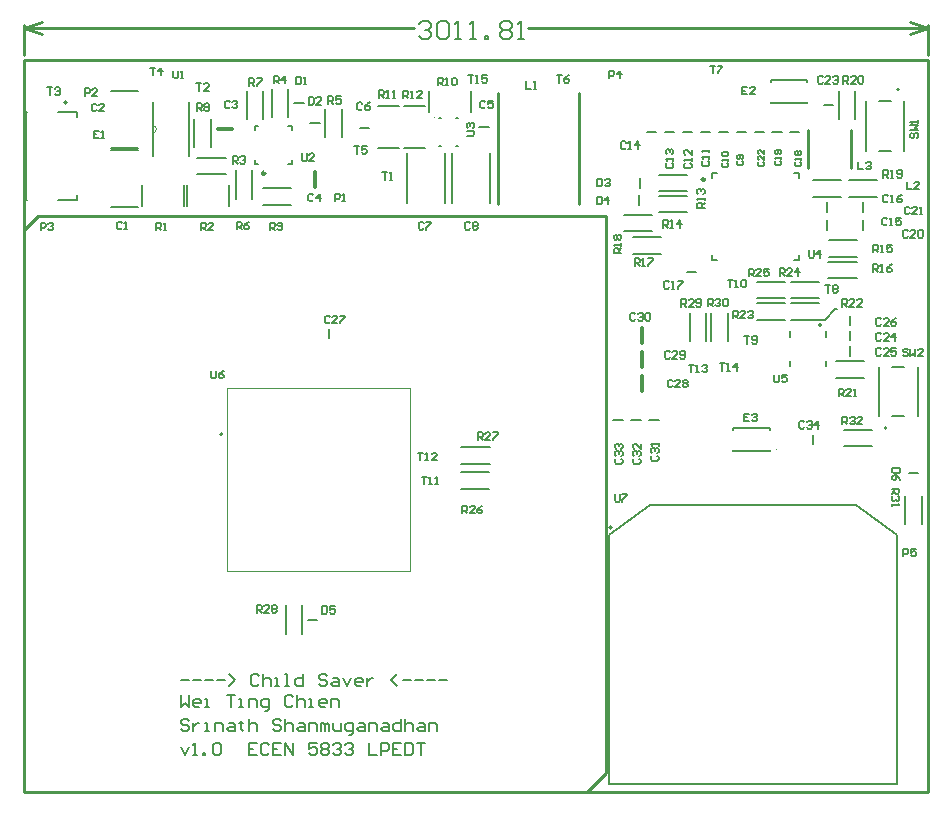
<source format=gto>
G04 Layer_Color=65535*
%FSLAX25Y25*%
%MOIN*%
G70*
G01*
G75*
%ADD38C,0.01000*%
%ADD40C,0.01200*%
%ADD47C,0.00500*%
%ADD48C,0.00984*%
%ADD49C,0.00394*%
%ADD50C,0.00787*%
%ADD51C,0.00000*%
%ADD52C,0.00700*%
%ADD53C,0.00600*%
%ADD54C,0.00800*%
D38*
X80407Y206251D02*
G03*
X80407Y206251I-557J0D01*
G01*
X301181Y245600D02*
Y255800D01*
X0Y245600D02*
Y255800D01*
X168085Y254800D02*
X301181D01*
X0D02*
X129896D01*
X295181Y256800D02*
X301181Y254800D01*
X295181Y252800D02*
X301181Y254800D01*
X0D02*
X6000Y252800D01*
X0Y254800D02*
X6000Y256800D01*
X275615Y208169D02*
Y220768D01*
X261442Y208169D02*
Y220768D01*
X158091Y196063D02*
Y233071D01*
X184863Y196063D02*
Y233071D01*
X4500Y192000D02*
X194000D01*
Y6500D02*
Y192000D01*
X0Y187500D02*
X4500Y192000D01*
X187500Y0D02*
X194000Y6500D01*
X0Y0D02*
Y244100D01*
X301181D01*
Y0D02*
Y244100D01*
X0Y0D02*
X301181D01*
D40*
X205899Y149740D02*
Y154660D01*
Y141739D02*
Y146660D01*
Y133739D02*
Y138661D01*
X96884Y201670D02*
Y206591D01*
X64501Y220999D02*
X69422D01*
D47*
X265646Y155686D02*
G03*
X265646Y155686I-394J0D01*
G01*
X138221Y224803D02*
X138831D01*
X143910D02*
X144520D01*
X138221Y215354D02*
X138831D01*
X143910D02*
X144520D01*
X496Y197236D02*
Y226764D01*
Y197236D02*
X1087D01*
X496Y226764D02*
X1087D01*
X11323D02*
X17622D01*
X11323Y197236D02*
X17622D01*
Y199008D01*
Y224992D02*
Y226764D01*
X29095Y214709D02*
X38095D01*
X29095Y233710D02*
X38095D01*
X28882Y194900D02*
X37882D01*
X28882Y213900D02*
X37882D01*
X155239Y196434D02*
Y213166D01*
X142444Y196434D02*
Y213166D01*
X140239Y196434D02*
Y213166D01*
X127444Y196434D02*
Y213166D01*
X68154Y195398D02*
Y202398D01*
X54154Y195398D02*
Y202398D01*
X53353Y195398D02*
Y202398D01*
X39353Y195398D02*
Y202398D01*
X134941Y226696D02*
Y233697D01*
X148941Y226696D02*
Y233697D01*
X126640Y228800D02*
X133640D01*
X126640Y214800D02*
X133640D01*
X117839D02*
X124839D01*
X117839Y228800D02*
X124839D01*
X293386Y213751D02*
Y230287D01*
X280630Y213751D02*
Y230287D01*
X285039D02*
X288976D01*
X285039Y213751D02*
X288976D01*
X285029Y125332D02*
Y141868D01*
X297785Y125332D02*
Y141868D01*
X289439Y125332D02*
X293376D01*
X289439Y141868D02*
X293376D01*
X250634Y210533D02*
X250301Y210200D01*
Y209533D01*
X250634Y209200D01*
X251967D01*
X252300Y209533D01*
Y210200D01*
X251967Y210533D01*
X252300Y211199D02*
Y211866D01*
Y211533D01*
X250301D01*
X250634Y211199D01*
X251967Y212865D02*
X252300Y213199D01*
Y213865D01*
X251967Y214198D01*
X250634D01*
X250301Y213865D01*
Y213199D01*
X250634Y212865D01*
X250967D01*
X251300Y213199D01*
Y214198D01*
D48*
X226870Y204202D02*
G03*
X226870Y204202I-492J0D01*
G01*
D49*
X136843Y224803D02*
G03*
X136843Y224803I-197J0D01*
G01*
X250866Y114154D02*
G03*
X250866Y114154I-197J0D01*
G01*
X263278Y230143D02*
G03*
X263278Y230143I-197J0D01*
G01*
X23249Y208060D02*
G03*
X23249Y208060I-197J0D01*
G01*
X67520Y134823D02*
X128543D01*
Y73799D02*
Y134823D01*
X67520Y73799D02*
X128543D01*
X67520D02*
Y134823D01*
D50*
X14193Y229921D02*
G03*
X14193Y229921I-394J0D01*
G01*
X195922Y88265D02*
G03*
X195922Y88265I-523J0D01*
G01*
X291732Y234224D02*
G03*
X291732Y234224I-394J0D01*
G01*
X287470Y121395D02*
G03*
X287470Y121395I-394J0D01*
G01*
X65748Y118878D02*
G03*
X65748Y119665I0J394D01*
G01*
D02*
G03*
X65748Y118878I0J-394D01*
G01*
X229134Y204713D02*
Y206367D01*
X230787D01*
X256614D02*
X258268D01*
Y204713D02*
Y206367D01*
Y177233D02*
Y178887D01*
X256614Y177233D02*
X258268D01*
X229134D02*
Y178887D01*
Y177233D02*
X230787D01*
X236398Y113563D02*
X248602D01*
X236398Y121437D02*
X248602D01*
Y113563D02*
Y114154D01*
X236398Y113563D02*
Y114154D01*
X248602Y120846D02*
Y121437D01*
X236398Y120846D02*
Y121437D01*
X194907Y2564D02*
X290891D01*
Y85557D01*
X277306Y95765D02*
X290891Y85557D01*
X208492Y95765D02*
X277306D01*
X194907Y85557D02*
X208492Y95765D01*
X194907Y2564D02*
Y85557D01*
X248810Y236836D02*
Y237427D01*
X261014Y236836D02*
Y237427D01*
X248810Y229553D02*
Y230143D01*
X261014Y229553D02*
Y230143D01*
X248810Y237427D02*
X261014D01*
X248810Y229553D02*
X261014D01*
D51*
X42869Y219800D02*
G03*
X42869Y222200I0J1200D01*
G01*
D52*
X267220Y151749D02*
Y153717D01*
Y141906D02*
Y143875D01*
X255410Y151749D02*
Y153717D01*
Y141906D02*
Y143875D01*
D53*
X76800Y221900D02*
X78100D01*
X89200Y220600D02*
Y221900D01*
X76800Y209500D02*
Y210800D01*
X89200Y209500D02*
Y210800D01*
X87900Y221900D02*
X89200D01*
X76800Y220600D02*
Y221900D01*
Y209500D02*
X78100D01*
X87900D02*
X89200D01*
X237611Y220196D02*
X240760D01*
X231610D02*
X234760D01*
X243504Y220134D02*
X246654D01*
X255217D02*
X258366D01*
X249410D02*
X252559D01*
X268076Y171344D02*
X277524D01*
X268076Y176856D02*
X277524D01*
X273276Y115244D02*
X282724D01*
X273276Y120756D02*
X282724D01*
X263000Y115925D02*
Y119075D01*
X94556Y57539D02*
X97705D01*
X87244Y52816D02*
Y62264D01*
X92756Y52816D02*
Y62264D01*
X211625Y198752D02*
X221074D01*
X211625Y193241D02*
X221074D01*
X211640Y205865D02*
X221089D01*
X211640Y200354D02*
X221089D01*
X145576Y101144D02*
X155024D01*
X145576Y106656D02*
X155024D01*
X244290Y157541D02*
X253738D01*
X244290Y163052D02*
X253738D01*
X255539Y157541D02*
X264988D01*
X255539Y163052D02*
X264988D01*
X277065Y224397D02*
Y233846D01*
X271553Y224397D02*
Y233846D01*
X262894Y198386D02*
X272342D01*
X262894Y203898D02*
X272342D01*
X274902D02*
X284350D01*
X274902Y198386D02*
X284350D01*
X196381Y123952D02*
X199531D01*
X202331D02*
X205481D01*
X208331D02*
X211481D01*
X101674Y151280D02*
Y154429D01*
X275393Y155709D02*
Y158858D01*
X275314Y145414D02*
Y148563D01*
Y150561D02*
Y153711D01*
X266604Y229122D02*
X269754D01*
X279611Y193437D02*
Y196587D01*
Y187437D02*
Y190587D01*
X220941Y173524D02*
X224091D01*
X267610Y193437D02*
Y196586D01*
Y187437D02*
Y190586D01*
X207611Y220196D02*
X210760D01*
X213611D02*
X216760D01*
X219611D02*
X222760D01*
X225610D02*
X228760D01*
X145678Y109544D02*
X155127D01*
X145678Y115056D02*
X155127D01*
X270590Y138102D02*
X280039D01*
X270590Y143614D02*
X280039D01*
X205115Y201535D02*
Y204684D01*
X205100Y195825D02*
Y198975D01*
X294925Y106500D02*
X298075D01*
X299256Y89276D02*
Y98724D01*
X293744Y89276D02*
Y98724D01*
X202976Y185053D02*
X212424D01*
X202976Y179541D02*
X212424D01*
X199824Y192456D02*
X209273D01*
X199824Y186944D02*
X209273D01*
X255539Y170165D02*
X264988D01*
X255539Y164654D02*
X264988D01*
X244290Y170165D02*
X253738D01*
X244290Y164654D02*
X253738D01*
X221844Y150276D02*
Y159724D01*
X227356Y150276D02*
Y159724D01*
X228957Y150276D02*
Y159724D01*
X234469Y150276D02*
Y159724D01*
X268176Y178457D02*
X277624D01*
X268176Y183969D02*
X277624D01*
X79633Y201375D02*
X89082D01*
X79633Y195863D02*
X89082D01*
X56670Y215076D02*
Y224524D01*
X62182Y215076D02*
Y224524D01*
X79702Y224351D02*
Y233800D01*
X74190Y224351D02*
Y233800D01*
X70505Y197831D02*
Y207280D01*
X76016Y197831D02*
Y207280D01*
X100320Y218351D02*
Y227800D01*
X105832Y218351D02*
Y227800D01*
X82544Y224901D02*
Y234350D01*
X88056Y224901D02*
Y234350D01*
X57676Y205944D02*
X67124D01*
X57676Y211456D02*
X67124D01*
X95371Y223076D02*
X98520D01*
X90023Y229626D02*
X93173D01*
X111843Y221454D02*
X114993D01*
X151765Y221799D02*
X154914D01*
X42869Y212100D02*
Y219800D01*
Y222200D01*
Y229900D01*
X55069Y212100D02*
Y229900D01*
X261600Y180699D02*
Y178616D01*
X262017Y178200D01*
X262850D01*
X263266Y178616D01*
Y180699D01*
X265349Y178200D02*
Y180699D01*
X264099Y179450D01*
X265765D01*
X49700Y240499D02*
Y238417D01*
X50116Y238000D01*
X50950D01*
X51366Y238417D01*
Y240499D01*
X52199Y238000D02*
X53032D01*
X52616D01*
Y240499D01*
X52199Y240083D01*
X62300Y140499D02*
Y138417D01*
X62717Y138000D01*
X63550D01*
X63966Y138417D01*
Y140499D01*
X66465D02*
X65632Y140083D01*
X64799Y139250D01*
Y138417D01*
X65216Y138000D01*
X66049D01*
X66465Y138417D01*
Y138833D01*
X66049Y139250D01*
X64799D01*
X282865Y173433D02*
Y175932D01*
X284115D01*
X284531Y175515D01*
Y174682D01*
X284115Y174266D01*
X282865D01*
X283698D02*
X284531Y173433D01*
X285365D02*
X286198D01*
X285781D01*
Y175932D01*
X285365Y175515D01*
X289113Y175932D02*
X288280Y175515D01*
X287447Y174682D01*
Y173849D01*
X287864Y173433D01*
X288697D01*
X289113Y173849D01*
Y174266D01*
X288697Y174682D01*
X287447D01*
X272700Y122600D02*
Y125099D01*
X273950D01*
X274366Y124683D01*
Y123850D01*
X273950Y123433D01*
X272700D01*
X273533D02*
X274366Y122600D01*
X275199Y124683D02*
X275616Y125099D01*
X276449D01*
X276865Y124683D01*
Y124266D01*
X276449Y123850D01*
X276032D01*
X276449D01*
X276865Y123433D01*
Y123017D01*
X276449Y122600D01*
X275616D01*
X275199Y123017D01*
X279364Y122600D02*
X277698D01*
X279364Y124266D01*
Y124683D01*
X278948Y125099D01*
X278115D01*
X277698Y124683D01*
X241766Y126199D02*
X240100D01*
Y123700D01*
X241766D01*
X240100Y124950D02*
X240933D01*
X242599Y125783D02*
X243016Y126199D01*
X243849D01*
X244265Y125783D01*
Y125366D01*
X243849Y124950D01*
X243432D01*
X243849D01*
X244265Y124533D01*
Y124117D01*
X243849Y123700D01*
X243016D01*
X242599Y124117D01*
X260066Y123283D02*
X259650Y123699D01*
X258817D01*
X258400Y123283D01*
Y121616D01*
X258817Y121200D01*
X259650D01*
X260066Y121616D01*
X260899Y123283D02*
X261316Y123699D01*
X262149D01*
X262565Y123283D01*
Y122866D01*
X262149Y122450D01*
X261732D01*
X262149D01*
X262565Y122033D01*
Y121616D01*
X262149Y121200D01*
X261316D01*
X260899Y121616D01*
X264648Y121200D02*
Y123699D01*
X263398Y122450D01*
X265065D01*
X203766Y159283D02*
X203350Y159699D01*
X202517D01*
X202100Y159283D01*
Y157616D01*
X202517Y157200D01*
X203350D01*
X203766Y157616D01*
X204599Y159283D02*
X205016Y159699D01*
X205849D01*
X206265Y159283D01*
Y158866D01*
X205849Y158450D01*
X205432D01*
X205849D01*
X206265Y158033D01*
Y157616D01*
X205849Y157200D01*
X205016D01*
X204599Y157616D01*
X207098Y159283D02*
X207515Y159699D01*
X208348D01*
X208765Y159283D01*
Y157616D01*
X208348Y157200D01*
X207515D01*
X207098Y157616D01*
Y159283D01*
X215266Y146583D02*
X214850Y146999D01*
X214017D01*
X213600Y146583D01*
Y144916D01*
X214017Y144500D01*
X214850D01*
X215266Y144916D01*
X217765Y144500D02*
X216099D01*
X217765Y146166D01*
Y146583D01*
X217349Y146999D01*
X216516D01*
X216099Y146583D01*
X218598Y144916D02*
X219015Y144500D01*
X219848D01*
X220265Y144916D01*
Y146583D01*
X219848Y146999D01*
X219015D01*
X218598Y146583D01*
Y146166D01*
X219015Y145750D01*
X220265D01*
X196899Y99373D02*
Y97290D01*
X197316Y96874D01*
X198149D01*
X198565Y97290D01*
Y99373D01*
X199398D02*
X201064D01*
Y98957D01*
X199398Y97290D01*
Y96874D01*
X99400Y61999D02*
Y59500D01*
X100650D01*
X101066Y59917D01*
Y61583D01*
X100650Y61999D01*
X99400D01*
X103565D02*
X101899D01*
Y60750D01*
X102732Y61166D01*
X103149D01*
X103565Y60750D01*
Y59917D01*
X103149Y59500D01*
X102316D01*
X101899Y59917D01*
X77500Y59800D02*
Y62299D01*
X78750D01*
X79166Y61883D01*
Y61050D01*
X78750Y60633D01*
X77500D01*
X78333D02*
X79166Y59800D01*
X81665D02*
X79999D01*
X81665Y61466D01*
Y61883D01*
X81249Y62299D01*
X80416D01*
X79999Y61883D01*
X82498D02*
X82915Y62299D01*
X83748D01*
X84165Y61883D01*
Y61466D01*
X83748Y61050D01*
X84165Y60633D01*
Y60216D01*
X83748Y59800D01*
X82915D01*
X82498Y60216D01*
Y60633D01*
X82915Y61050D01*
X82498Y61466D01*
Y61883D01*
X82915Y61050D02*
X83748D01*
X212900Y188200D02*
Y190699D01*
X214150D01*
X214566Y190283D01*
Y189450D01*
X214150Y189033D01*
X212900D01*
X213733D02*
X214566Y188200D01*
X215399D02*
X216232D01*
X215816D01*
Y190699D01*
X215399Y190283D01*
X218731Y188200D02*
Y190699D01*
X217482Y189450D01*
X219148D01*
X226800Y194800D02*
X224301D01*
Y196050D01*
X224717Y196466D01*
X225550D01*
X225967Y196050D01*
Y194800D01*
Y195633D02*
X226800Y196466D01*
Y197299D02*
Y198132D01*
Y197716D01*
X224301D01*
X224717Y197299D01*
Y199382D02*
X224301Y199798D01*
Y200631D01*
X224717Y201048D01*
X225134D01*
X225550Y200631D01*
Y200215D01*
Y200631D01*
X225967Y201048D01*
X226383D01*
X226800Y200631D01*
Y199798D01*
X226383Y199382D01*
X250000Y139199D02*
Y137117D01*
X250416Y136700D01*
X251250D01*
X251666Y137117D01*
Y139199D01*
X254165D02*
X252499D01*
Y137950D01*
X253332Y138366D01*
X253749D01*
X254165Y137950D01*
Y137117D01*
X253749Y136700D01*
X252916D01*
X252499Y137117D01*
X231800Y142999D02*
X233466D01*
X232633D01*
Y140500D01*
X234299D02*
X235132D01*
X234716D01*
Y142999D01*
X234299Y142583D01*
X237631Y140500D02*
Y142999D01*
X236382Y141750D01*
X238048D01*
X221500Y142499D02*
X223166D01*
X222333D01*
Y140000D01*
X223999D02*
X224832D01*
X224416D01*
Y142499D01*
X223999Y142083D01*
X226082D02*
X226498Y142499D01*
X227331D01*
X227748Y142083D01*
Y141666D01*
X227331Y141250D01*
X226915D01*
X227331D01*
X227748Y140833D01*
Y140417D01*
X227331Y140000D01*
X226498D01*
X226082Y140417D01*
X131200Y113099D02*
X132866D01*
X132033D01*
Y110600D01*
X133699D02*
X134532D01*
X134116D01*
Y113099D01*
X133699Y112683D01*
X137448Y110600D02*
X135782D01*
X137448Y112266D01*
Y112683D01*
X137031Y113099D01*
X136198D01*
X135782Y112683D01*
X132500Y105199D02*
X134166D01*
X133333D01*
Y102700D01*
X134999D02*
X135832D01*
X135416D01*
Y105199D01*
X134999Y104783D01*
X137082Y102700D02*
X137915D01*
X137498D01*
Y105199D01*
X137082Y104783D01*
X234500Y170799D02*
X236166D01*
X235333D01*
Y168300D01*
X236999D02*
X237832D01*
X237416D01*
Y170799D01*
X236999Y170383D01*
X239082D02*
X239498Y170799D01*
X240331D01*
X240748Y170383D01*
Y168717D01*
X240331Y168300D01*
X239498D01*
X239082Y168717D01*
Y170383D01*
X240100Y151999D02*
X241766D01*
X240933D01*
Y149500D01*
X242599Y149917D02*
X243016Y149500D01*
X243849D01*
X244265Y149917D01*
Y151583D01*
X243849Y151999D01*
X243016D01*
X242599Y151583D01*
Y151166D01*
X243016Y150750D01*
X244265D01*
X267000Y168999D02*
X268666D01*
X267833D01*
Y166500D01*
X269499Y168583D02*
X269916Y168999D01*
X270749D01*
X271165Y168583D01*
Y168166D01*
X270749Y167750D01*
X271165Y167333D01*
Y166917D01*
X270749Y166500D01*
X269916D01*
X269499Y166917D01*
Y167333D01*
X269916Y167750D01*
X269499Y168166D01*
Y168583D01*
X269916Y167750D02*
X270749D01*
X146100Y92900D02*
Y95399D01*
X147350D01*
X147766Y94983D01*
Y94150D01*
X147350Y93733D01*
X146100D01*
X146933D02*
X147766Y92900D01*
X150265D02*
X148599D01*
X150265Y94566D01*
Y94983D01*
X149849Y95399D01*
X149016D01*
X148599Y94983D01*
X152764Y95399D02*
X151931Y94983D01*
X151098Y94150D01*
Y93317D01*
X151515Y92900D01*
X152348D01*
X152764Y93317D01*
Y93733D01*
X152348Y94150D01*
X151098D01*
X236200Y157900D02*
Y160399D01*
X237450D01*
X237866Y159983D01*
Y159150D01*
X237450Y158733D01*
X236200D01*
X237033D02*
X237866Y157900D01*
X240365D02*
X238699D01*
X240365Y159566D01*
Y159983D01*
X239949Y160399D01*
X239116D01*
X238699Y159983D01*
X241198D02*
X241615Y160399D01*
X242448D01*
X242864Y159983D01*
Y159566D01*
X242448Y159150D01*
X242031D01*
X242448D01*
X242864Y158733D01*
Y158317D01*
X242448Y157900D01*
X241615D01*
X241198Y158317D01*
X272600Y161800D02*
Y164299D01*
X273850D01*
X274266Y163883D01*
Y163050D01*
X273850Y162633D01*
X272600D01*
X273433D02*
X274266Y161800D01*
X276765D02*
X275099D01*
X276765Y163466D01*
Y163883D01*
X276349Y164299D01*
X275516D01*
X275099Y163883D01*
X279264Y161800D02*
X277598D01*
X279264Y163466D01*
Y163883D01*
X278848Y164299D01*
X278015D01*
X277598Y163883D01*
X273100Y236200D02*
Y238699D01*
X274350D01*
X274766Y238283D01*
Y237450D01*
X274350Y237033D01*
X273100D01*
X273933D02*
X274766Y236200D01*
X277265D02*
X275599D01*
X277265Y237866D01*
Y238283D01*
X276849Y238699D01*
X276016D01*
X275599Y238283D01*
X278098D02*
X278515Y238699D01*
X279348D01*
X279765Y238283D01*
Y236616D01*
X279348Y236200D01*
X278515D01*
X278098Y236616D01*
Y238283D01*
X286300Y204800D02*
Y207299D01*
X287550D01*
X287966Y206883D01*
Y206050D01*
X287550Y205633D01*
X286300D01*
X287133D02*
X287966Y204800D01*
X288799D02*
X289632D01*
X289216D01*
Y207299D01*
X288799Y206883D01*
X290882Y205217D02*
X291298Y204800D01*
X292131D01*
X292548Y205217D01*
Y206883D01*
X292131Y207299D01*
X291298D01*
X290882Y206883D01*
Y206466D01*
X291298Y206050D01*
X292548D01*
X195000Y238000D02*
Y240499D01*
X196250D01*
X196666Y240083D01*
Y239250D01*
X196250Y238833D01*
X195000D01*
X198749Y238000D02*
Y240499D01*
X197499Y239250D01*
X199165D01*
X278100Y210099D02*
Y207600D01*
X279766D01*
X280599Y209683D02*
X281016Y210099D01*
X281849D01*
X282265Y209683D01*
Y209266D01*
X281849Y208850D01*
X281432D01*
X281849D01*
X282265Y208433D01*
Y208016D01*
X281849Y207600D01*
X281016D01*
X280599Y208016D01*
X294200Y203499D02*
Y201000D01*
X295866D01*
X298365D02*
X296699D01*
X298365Y202666D01*
Y203083D01*
X297949Y203499D01*
X297116D01*
X296699Y203083D01*
X197417Y111166D02*
X197001Y110750D01*
Y109916D01*
X197417Y109500D01*
X199083D01*
X199500Y109916D01*
Y110750D01*
X199083Y111166D01*
X197417Y111999D02*
X197001Y112416D01*
Y113249D01*
X197417Y113665D01*
X197834D01*
X198250Y113249D01*
Y112832D01*
Y113249D01*
X198667Y113665D01*
X199083D01*
X199500Y113249D01*
Y112416D01*
X199083Y111999D01*
X197417Y114498D02*
X197001Y114915D01*
Y115748D01*
X197417Y116165D01*
X197834D01*
X198250Y115748D01*
Y115331D01*
Y115748D01*
X198667Y116165D01*
X199083D01*
X199500Y115748D01*
Y114915D01*
X199083Y114498D01*
X203417Y111166D02*
X203001Y110750D01*
Y109916D01*
X203417Y109500D01*
X205083D01*
X205500Y109916D01*
Y110750D01*
X205083Y111166D01*
X203417Y111999D02*
X203001Y112416D01*
Y113249D01*
X203417Y113665D01*
X203834D01*
X204250Y113249D01*
Y112832D01*
Y113249D01*
X204667Y113665D01*
X205083D01*
X205500Y113249D01*
Y112416D01*
X205083Y111999D01*
X205500Y116165D02*
Y114498D01*
X203834Y116165D01*
X203417D01*
X203001Y115748D01*
Y114915D01*
X203417Y114498D01*
X209417Y112166D02*
X209001Y111750D01*
Y110916D01*
X209417Y110500D01*
X211084D01*
X211500Y110916D01*
Y111750D01*
X211084Y112166D01*
X209417Y112999D02*
X209001Y113416D01*
Y114249D01*
X209417Y114665D01*
X209834D01*
X210250Y114249D01*
Y113832D01*
Y114249D01*
X210667Y114665D01*
X211084D01*
X211500Y114249D01*
Y113416D01*
X211084Y112999D01*
X211500Y115498D02*
Y116331D01*
Y115915D01*
X209001D01*
X209417Y115498D01*
X216166Y137083D02*
X215750Y137499D01*
X214916D01*
X214500Y137083D01*
Y135416D01*
X214916Y135000D01*
X215750D01*
X216166Y135416D01*
X218665Y135000D02*
X216999D01*
X218665Y136666D01*
Y137083D01*
X218249Y137499D01*
X217416D01*
X216999Y137083D01*
X219498D02*
X219915Y137499D01*
X220748D01*
X221164Y137083D01*
Y136666D01*
X220748Y136250D01*
X221164Y135833D01*
Y135416D01*
X220748Y135000D01*
X219915D01*
X219498Y135416D01*
Y135833D01*
X219915Y136250D01*
X219498Y136666D01*
Y137083D01*
X219915Y136250D02*
X220748D01*
X101866Y158383D02*
X101450Y158799D01*
X100617D01*
X100200Y158383D01*
Y156717D01*
X100617Y156300D01*
X101450D01*
X101866Y156717D01*
X104365Y156300D02*
X102699D01*
X104365Y157966D01*
Y158383D01*
X103949Y158799D01*
X103116D01*
X102699Y158383D01*
X105198Y158799D02*
X106865D01*
Y158383D01*
X105198Y156717D01*
Y156300D01*
X285666Y157583D02*
X285250Y157999D01*
X284417D01*
X284000Y157583D01*
Y155917D01*
X284417Y155500D01*
X285250D01*
X285666Y155917D01*
X288165Y155500D02*
X286499D01*
X288165Y157166D01*
Y157583D01*
X287749Y157999D01*
X286916D01*
X286499Y157583D01*
X290665Y157999D02*
X289831Y157583D01*
X288998Y156750D01*
Y155917D01*
X289415Y155500D01*
X290248D01*
X290665Y155917D01*
Y156333D01*
X290248Y156750D01*
X288998D01*
X285666Y147583D02*
X285250Y147999D01*
X284417D01*
X284000Y147583D01*
Y145916D01*
X284417Y145500D01*
X285250D01*
X285666Y145916D01*
X288165Y145500D02*
X286499D01*
X288165Y147166D01*
Y147583D01*
X287749Y147999D01*
X286916D01*
X286499Y147583D01*
X290665Y147999D02*
X288998D01*
Y146750D01*
X289831Y147166D01*
X290248D01*
X290665Y146750D01*
Y145916D01*
X290248Y145500D01*
X289415D01*
X288998Y145916D01*
X285666Y152583D02*
X285250Y152999D01*
X284417D01*
X284000Y152583D01*
Y150917D01*
X284417Y150500D01*
X285250D01*
X285666Y150917D01*
X288165Y150500D02*
X286499D01*
X288165Y152166D01*
Y152583D01*
X287749Y152999D01*
X286916D01*
X286499Y152583D01*
X290248Y150500D02*
Y152999D01*
X288998Y151750D01*
X290665D01*
X266266Y238283D02*
X265850Y238699D01*
X265017D01*
X264600Y238283D01*
Y236616D01*
X265017Y236200D01*
X265850D01*
X266266Y236616D01*
X268765Y236200D02*
X267099D01*
X268765Y237866D01*
Y238283D01*
X268349Y238699D01*
X267516D01*
X267099Y238283D01*
X269598D02*
X270015Y238699D01*
X270848D01*
X271265Y238283D01*
Y237866D01*
X270848Y237450D01*
X270431D01*
X270848D01*
X271265Y237033D01*
Y236616D01*
X270848Y236200D01*
X270015D01*
X269598Y236616D01*
X295166Y194783D02*
X294750Y195199D01*
X293917D01*
X293500Y194783D01*
Y193116D01*
X293917Y192700D01*
X294750D01*
X295166Y193116D01*
X297665Y192700D02*
X295999D01*
X297665Y194366D01*
Y194783D01*
X297249Y195199D01*
X296416D01*
X295999Y194783D01*
X298498Y192700D02*
X299331D01*
X298915D01*
Y195199D01*
X298498Y194783D01*
X294566Y186883D02*
X294150Y187299D01*
X293317D01*
X292900Y186883D01*
Y185216D01*
X293317Y184800D01*
X294150D01*
X294566Y185216D01*
X297065Y184800D02*
X295399D01*
X297065Y186466D01*
Y186883D01*
X296649Y187299D01*
X295816D01*
X295399Y186883D01*
X297898D02*
X298315Y187299D01*
X299148D01*
X299565Y186883D01*
Y185216D01*
X299148Y184800D01*
X298315D01*
X297898Y185216D01*
Y186883D01*
X257334Y210033D02*
X257001Y209700D01*
Y209033D01*
X257334Y208700D01*
X258667D01*
X259000Y209033D01*
Y209700D01*
X258667Y210033D01*
X259000Y210699D02*
Y211366D01*
Y211033D01*
X257001D01*
X257334Y210699D01*
Y212366D02*
X257001Y212699D01*
Y213365D01*
X257334Y213698D01*
X257667D01*
X258000Y213365D01*
X258334Y213698D01*
X258667D01*
X259000Y213365D01*
Y212699D01*
X258667Y212366D01*
X258334D01*
X258000Y212699D01*
X257667Y212366D01*
X257334D01*
X258000Y212699D02*
Y213365D01*
X245034Y210133D02*
X244701Y209800D01*
Y209133D01*
X245034Y208800D01*
X246367D01*
X246700Y209133D01*
Y209800D01*
X246367Y210133D01*
X246700Y212132D02*
Y210799D01*
X245367Y212132D01*
X245034D01*
X244701Y211799D01*
Y211133D01*
X245034Y210799D01*
X246700Y214132D02*
Y212799D01*
X245367Y214132D01*
X245034D01*
X244701Y213798D01*
Y213132D01*
X245034Y212799D01*
X214966Y169883D02*
X214550Y170299D01*
X213717D01*
X213300Y169883D01*
Y168217D01*
X213717Y167800D01*
X214550D01*
X214966Y168217D01*
X215799Y167800D02*
X216632D01*
X216216D01*
Y170299D01*
X215799Y169883D01*
X217882Y170299D02*
X219548D01*
Y169883D01*
X217882Y168217D01*
Y167800D01*
X287966Y198683D02*
X287550Y199099D01*
X286717D01*
X286300Y198683D01*
Y197017D01*
X286717Y196600D01*
X287550D01*
X287966Y197017D01*
X288799Y196600D02*
X289632D01*
X289216D01*
Y199099D01*
X288799Y198683D01*
X292548Y199099D02*
X291715Y198683D01*
X290882Y197850D01*
Y197017D01*
X291298Y196600D01*
X292131D01*
X292548Y197017D01*
Y197433D01*
X292131Y197850D01*
X290882D01*
X287766Y190983D02*
X287350Y191399D01*
X286516D01*
X286100Y190983D01*
Y189316D01*
X286516Y188900D01*
X287350D01*
X287766Y189316D01*
X288599Y188900D02*
X289432D01*
X289016D01*
Y191399D01*
X288599Y190983D01*
X292348Y191399D02*
X290682D01*
Y190150D01*
X291515Y190566D01*
X291931D01*
X292348Y190150D01*
Y189316D01*
X291931Y188900D01*
X291098D01*
X290682Y189316D01*
X200566Y216483D02*
X200150Y216899D01*
X199317D01*
X198900Y216483D01*
Y214816D01*
X199317Y214400D01*
X200150D01*
X200566Y214816D01*
X201399Y214400D02*
X202232D01*
X201816D01*
Y216899D01*
X201399Y216483D01*
X204731Y214400D02*
Y216899D01*
X203482Y215650D01*
X205148D01*
X214317Y209666D02*
X213901Y209250D01*
Y208417D01*
X214317Y208000D01*
X215984D01*
X216400Y208417D01*
Y209250D01*
X215984Y209666D01*
X216400Y210499D02*
Y211332D01*
Y210916D01*
X213901D01*
X214317Y210499D01*
Y212582D02*
X213901Y212998D01*
Y213831D01*
X214317Y214248D01*
X214734D01*
X215150Y213831D01*
Y213415D01*
Y213831D01*
X215567Y214248D01*
X215984D01*
X216400Y213831D01*
Y212998D01*
X215984Y212582D01*
X220417Y209566D02*
X220001Y209150D01*
Y208316D01*
X220417Y207900D01*
X222083D01*
X222500Y208316D01*
Y209150D01*
X222083Y209566D01*
X222500Y210399D02*
Y211232D01*
Y210816D01*
X220001D01*
X220417Y210399D01*
X222500Y214148D02*
Y212482D01*
X220834Y214148D01*
X220417D01*
X220001Y213731D01*
Y212898D01*
X220417Y212482D01*
X226317Y210366D02*
X225901Y209950D01*
Y209117D01*
X226317Y208700D01*
X227983D01*
X228400Y209117D01*
Y209950D01*
X227983Y210366D01*
X228400Y211199D02*
Y212032D01*
Y211616D01*
X225901D01*
X226317Y211199D01*
X228400Y213282D02*
Y214115D01*
Y213698D01*
X225901D01*
X226317Y213282D01*
X232834Y209833D02*
X232501Y209500D01*
Y208833D01*
X232834Y208500D01*
X234167D01*
X234500Y208833D01*
Y209500D01*
X234167Y209833D01*
X234500Y210499D02*
Y211166D01*
Y210833D01*
X232501D01*
X232834Y210499D01*
Y212165D02*
X232501Y212499D01*
Y213165D01*
X232834Y213498D01*
X234167D01*
X234500Y213165D01*
Y212499D01*
X234167Y212165D01*
X232834D01*
X238034Y210433D02*
X237701Y210100D01*
Y209433D01*
X238034Y209100D01*
X239367D01*
X239700Y209433D01*
Y210100D01*
X239367Y210433D01*
Y211099D02*
X239700Y211433D01*
Y212099D01*
X239367Y212432D01*
X238034D01*
X237701Y212099D01*
Y211433D01*
X238034Y211099D01*
X238367D01*
X238700Y211433D01*
Y212432D01*
X151200Y117400D02*
Y119899D01*
X152450D01*
X152866Y119483D01*
Y118650D01*
X152450Y118233D01*
X151200D01*
X152033D02*
X152866Y117400D01*
X155365D02*
X153699D01*
X155365Y119066D01*
Y119483D01*
X154949Y119899D01*
X154116D01*
X153699Y119483D01*
X156198Y119899D02*
X157864D01*
Y119483D01*
X156198Y117816D01*
Y117400D01*
X271500Y132000D02*
Y134499D01*
X272750D01*
X273166Y134083D01*
Y133250D01*
X272750Y132833D01*
X271500D01*
X272333D02*
X273166Y132000D01*
X275665D02*
X273999D01*
X275665Y133666D01*
Y134083D01*
X275249Y134499D01*
X274416D01*
X273999Y134083D01*
X276498Y132000D02*
X277331D01*
X276915D01*
Y134499D01*
X276498Y134083D01*
X191100Y204399D02*
Y201900D01*
X192350D01*
X192766Y202316D01*
Y203983D01*
X192350Y204399D01*
X191100D01*
X193599Y203983D02*
X194016Y204399D01*
X194849D01*
X195265Y203983D01*
Y203566D01*
X194849Y203150D01*
X194432D01*
X194849D01*
X195265Y202733D01*
Y202316D01*
X194849Y201900D01*
X194016D01*
X193599Y202316D01*
X190900Y198499D02*
Y196000D01*
X192150D01*
X192566Y196416D01*
Y198083D01*
X192150Y198499D01*
X190900D01*
X194649Y196000D02*
Y198499D01*
X193399Y197250D01*
X195065D01*
X291899Y108100D02*
X289400D01*
Y106850D01*
X289816Y106434D01*
X291483D01*
X291899Y106850D01*
Y108100D01*
Y103935D02*
X291483Y104768D01*
X290650Y105601D01*
X289816D01*
X289400Y105184D01*
Y104351D01*
X289816Y103935D01*
X290233D01*
X290650Y104351D01*
Y105601D01*
X289200Y101200D02*
X291699D01*
Y99950D01*
X291283Y99534D01*
X290450D01*
X290033Y99950D01*
Y101200D01*
Y100367D02*
X289200Y99534D01*
X291283Y98701D02*
X291699Y98284D01*
Y97451D01*
X291283Y97035D01*
X290866D01*
X290450Y97451D01*
Y97868D01*
Y97451D01*
X290033Y97035D01*
X289616D01*
X289200Y97451D01*
Y98284D01*
X289616Y98701D01*
X289200Y96202D02*
Y95369D01*
Y95785D01*
X291699D01*
X291283Y96202D01*
X203500Y175400D02*
Y177899D01*
X204750D01*
X205166Y177483D01*
Y176650D01*
X204750Y176233D01*
X203500D01*
X204333D02*
X205166Y175400D01*
X205999D02*
X206832D01*
X206416D01*
Y177899D01*
X205999Y177483D01*
X208082Y177899D02*
X209748D01*
Y177483D01*
X208082Y175817D01*
Y175400D01*
X199000Y179600D02*
X196501D01*
Y180850D01*
X196917Y181266D01*
X197750D01*
X198167Y180850D01*
Y179600D01*
Y180433D02*
X199000Y181266D01*
Y182099D02*
Y182932D01*
Y182516D01*
X196501D01*
X196917Y182099D01*
Y184182D02*
X196501Y184598D01*
Y185431D01*
X196917Y185848D01*
X197334D01*
X197750Y185431D01*
X198167Y185848D01*
X198583D01*
X199000Y185431D01*
Y184598D01*
X198583Y184182D01*
X198167D01*
X197750Y184598D01*
X197334Y184182D01*
X196917D01*
X197750Y184598D02*
Y185431D01*
X251800Y172100D02*
Y174599D01*
X253050D01*
X253466Y174183D01*
Y173350D01*
X253050Y172933D01*
X251800D01*
X252633D02*
X253466Y172100D01*
X255965D02*
X254299D01*
X255965Y173766D01*
Y174183D01*
X255549Y174599D01*
X254716D01*
X254299Y174183D01*
X258048Y172100D02*
Y174599D01*
X256798Y173350D01*
X258465D01*
X241500Y171900D02*
Y174399D01*
X242750D01*
X243166Y173983D01*
Y173150D01*
X242750Y172733D01*
X241500D01*
X242333D02*
X243166Y171900D01*
X245665D02*
X243999D01*
X245665Y173566D01*
Y173983D01*
X245249Y174399D01*
X244416D01*
X243999Y173983D01*
X248165Y174399D02*
X246498D01*
Y173150D01*
X247331Y173566D01*
X247748D01*
X248165Y173150D01*
Y172317D01*
X247748Y171900D01*
X246915D01*
X246498Y172317D01*
X219000Y161800D02*
Y164299D01*
X220250D01*
X220666Y163883D01*
Y163050D01*
X220250Y162633D01*
X219000D01*
X219833D02*
X220666Y161800D01*
X223165D02*
X221499D01*
X223165Y163466D01*
Y163883D01*
X222749Y164299D01*
X221916D01*
X221499Y163883D01*
X223998Y162216D02*
X224415Y161800D01*
X225248D01*
X225664Y162216D01*
Y163883D01*
X225248Y164299D01*
X224415D01*
X223998Y163883D01*
Y163466D01*
X224415Y163050D01*
X225664D01*
X227900Y161900D02*
Y164399D01*
X229150D01*
X229566Y163983D01*
Y163150D01*
X229150Y162733D01*
X227900D01*
X228733D02*
X229566Y161900D01*
X230399Y163983D02*
X230816Y164399D01*
X231649D01*
X232065Y163983D01*
Y163566D01*
X231649Y163150D01*
X231232D01*
X231649D01*
X232065Y162733D01*
Y162317D01*
X231649Y161900D01*
X230816D01*
X230399Y162317D01*
X232898Y163983D02*
X233315Y164399D01*
X234148D01*
X234564Y163983D01*
Y162317D01*
X234148Y161900D01*
X233315D01*
X232898Y162317D01*
Y163983D01*
X282965Y179932D02*
Y182432D01*
X284215D01*
X284631Y182015D01*
Y181182D01*
X284215Y180766D01*
X282965D01*
X283798D02*
X284631Y179932D01*
X285465D02*
X286298D01*
X285881D01*
Y182432D01*
X285465Y182015D01*
X289213Y182432D02*
X287547D01*
Y181182D01*
X288380Y181599D01*
X288797D01*
X289213Y181182D01*
Y180349D01*
X288797Y179932D01*
X287964D01*
X287547Y180349D01*
X241066Y235099D02*
X239400D01*
Y232600D01*
X241066D01*
X239400Y233850D02*
X240233D01*
X243565Y232600D02*
X241899D01*
X243565Y234266D01*
Y234683D01*
X243149Y235099D01*
X242316D01*
X241899Y234683D01*
X295817Y219766D02*
X295401Y219350D01*
Y218516D01*
X295817Y218100D01*
X296234D01*
X296650Y218516D01*
Y219350D01*
X297067Y219766D01*
X297483D01*
X297900Y219350D01*
Y218516D01*
X297483Y218100D01*
X295401Y220599D02*
X297900D01*
X297067Y221432D01*
X297900Y222265D01*
X295401D01*
X297900Y223098D02*
Y223931D01*
Y223515D01*
X295401D01*
X295817Y223098D01*
X147501Y218800D02*
X149583D01*
X150000Y219216D01*
Y220050D01*
X149583Y220466D01*
X147501D01*
X147917Y221299D02*
X147501Y221716D01*
Y222549D01*
X147917Y222965D01*
X148334D01*
X148750Y222549D01*
Y222132D01*
Y222549D01*
X149167Y222965D01*
X149583D01*
X150000Y222549D01*
Y221716D01*
X149583Y221299D01*
X148000Y238999D02*
X149666D01*
X148833D01*
Y236500D01*
X150499D02*
X151332D01*
X150916D01*
Y238999D01*
X150499Y238583D01*
X154248Y238999D02*
X152582D01*
Y237750D01*
X153415Y238166D01*
X153831D01*
X154248Y237750D01*
Y236916D01*
X153831Y236500D01*
X152998D01*
X152582Y236916D01*
X228611Y242209D02*
X230277D01*
X229444D01*
Y239710D01*
X231110Y242209D02*
X232776D01*
Y241793D01*
X231110Y240127D01*
Y239710D01*
X177500Y238999D02*
X179166D01*
X178333D01*
Y236500D01*
X181665Y238999D02*
X180832Y238583D01*
X179999Y237750D01*
Y236916D01*
X180416Y236500D01*
X181249D01*
X181665Y236916D01*
Y237333D01*
X181249Y237750D01*
X179999D01*
X110000Y215299D02*
X111666D01*
X110833D01*
Y212800D01*
X114165Y215299D02*
X112499D01*
Y214050D01*
X113332Y214466D01*
X113749D01*
X114165Y214050D01*
Y213216D01*
X113749Y212800D01*
X112916D01*
X112499Y213216D01*
X42000Y241499D02*
X43666D01*
X42833D01*
Y239000D01*
X45749D02*
Y241499D01*
X44499Y240250D01*
X46165D01*
X7700Y234899D02*
X9366D01*
X8533D01*
Y232400D01*
X10199Y234483D02*
X10616Y234899D01*
X11449D01*
X11865Y234483D01*
Y234066D01*
X11449Y233650D01*
X11032D01*
X11449D01*
X11865Y233233D01*
Y232817D01*
X11449Y232400D01*
X10616D01*
X10199Y232817D01*
X57300Y236299D02*
X58966D01*
X58133D01*
Y233800D01*
X61465D02*
X59799D01*
X61465Y235466D01*
Y235883D01*
X61049Y236299D01*
X60216D01*
X59799Y235883D01*
X119300Y206699D02*
X120966D01*
X120133D01*
Y204200D01*
X121799D02*
X122632D01*
X122216D01*
Y206699D01*
X121799Y206283D01*
X126400Y231300D02*
Y233799D01*
X127650D01*
X128066Y233383D01*
Y232550D01*
X127650Y232133D01*
X126400D01*
X127233D02*
X128066Y231300D01*
X128899D02*
X129732D01*
X129316D01*
Y233799D01*
X128899Y233383D01*
X132648Y231300D02*
X130982D01*
X132648Y232966D01*
Y233383D01*
X132231Y233799D01*
X131398D01*
X130982Y233383D01*
X118200Y231400D02*
Y233899D01*
X119450D01*
X119866Y233483D01*
Y232650D01*
X119450Y232233D01*
X118200D01*
X119033D02*
X119866Y231400D01*
X120699D02*
X121532D01*
X121116D01*
Y233899D01*
X120699Y233483D01*
X122782Y231400D02*
X123615D01*
X123198D01*
Y233899D01*
X122782Y233483D01*
X137900Y235700D02*
Y238199D01*
X139150D01*
X139566Y237783D01*
Y236950D01*
X139150Y236533D01*
X137900D01*
X138733D02*
X139566Y235700D01*
X140399D02*
X141232D01*
X140816D01*
Y238199D01*
X140399Y237783D01*
X142482D02*
X142898Y238199D01*
X143731D01*
X144148Y237783D01*
Y236117D01*
X143731Y235700D01*
X142898D01*
X142482Y236117D01*
Y237783D01*
X81900Y187300D02*
Y189799D01*
X83150D01*
X83566Y189383D01*
Y188550D01*
X83150Y188133D01*
X81900D01*
X82733D02*
X83566Y187300D01*
X84399Y187716D02*
X84816Y187300D01*
X85649D01*
X86065Y187716D01*
Y189383D01*
X85649Y189799D01*
X84816D01*
X84399Y189383D01*
Y188966D01*
X84816Y188550D01*
X86065D01*
X57600Y227100D02*
Y229599D01*
X58850D01*
X59266Y229183D01*
Y228350D01*
X58850Y227933D01*
X57600D01*
X58433D02*
X59266Y227100D01*
X60099Y229183D02*
X60516Y229599D01*
X61349D01*
X61765Y229183D01*
Y228766D01*
X61349Y228350D01*
X61765Y227933D01*
Y227517D01*
X61349Y227100D01*
X60516D01*
X60099Y227517D01*
Y227933D01*
X60516Y228350D01*
X60099Y228766D01*
Y229183D01*
X60516Y228350D02*
X61349D01*
X75000Y235400D02*
Y237899D01*
X76250D01*
X76666Y237483D01*
Y236650D01*
X76250Y236233D01*
X75000D01*
X75833D02*
X76666Y235400D01*
X77499Y237899D02*
X79165D01*
Y237483D01*
X77499Y235817D01*
Y235400D01*
X70800Y187700D02*
Y190199D01*
X72050D01*
X72466Y189783D01*
Y188950D01*
X72050Y188533D01*
X70800D01*
X71633D02*
X72466Y187700D01*
X74965Y190199D02*
X74132Y189783D01*
X73299Y188950D01*
Y188117D01*
X73716Y187700D01*
X74549D01*
X74965Y188117D01*
Y188533D01*
X74549Y188950D01*
X73299D01*
X101400Y229400D02*
Y231899D01*
X102650D01*
X103066Y231483D01*
Y230650D01*
X102650Y230233D01*
X101400D01*
X102233D02*
X103066Y229400D01*
X105565Y231899D02*
X103899D01*
Y230650D01*
X104732Y231066D01*
X105149D01*
X105565Y230650D01*
Y229817D01*
X105149Y229400D01*
X104316D01*
X103899Y229817D01*
X83162Y236224D02*
Y238724D01*
X84412D01*
X84829Y238307D01*
Y237474D01*
X84412Y237057D01*
X83162D01*
X83995D02*
X84829Y236224D01*
X86911D02*
Y238724D01*
X85662Y237474D01*
X87328D01*
X69500Y209500D02*
Y211999D01*
X70750D01*
X71166Y211583D01*
Y210750D01*
X70750Y210333D01*
X69500D01*
X70333D02*
X71166Y209500D01*
X71999Y211583D02*
X72416Y211999D01*
X73249D01*
X73665Y211583D01*
Y211166D01*
X73249Y210750D01*
X72832D01*
X73249D01*
X73665Y210333D01*
Y209916D01*
X73249Y209500D01*
X72416D01*
X71999Y209916D01*
X58900Y187300D02*
Y189799D01*
X60150D01*
X60566Y189383D01*
Y188550D01*
X60150Y188133D01*
X58900D01*
X59733D02*
X60566Y187300D01*
X63065D02*
X61399D01*
X63065Y188966D01*
Y189383D01*
X62649Y189799D01*
X61816D01*
X61399Y189383D01*
X44000Y187300D02*
Y189799D01*
X45250D01*
X45666Y189383D01*
Y188550D01*
X45250Y188133D01*
X44000D01*
X44833D02*
X45666Y187300D01*
X46499D02*
X47332D01*
X46916D01*
Y189799D01*
X46499Y189383D01*
X20200Y232100D02*
Y234599D01*
X21450D01*
X21866Y234183D01*
Y233350D01*
X21450Y232933D01*
X20200D01*
X24365Y232100D02*
X22699D01*
X24365Y233766D01*
Y234183D01*
X23949Y234599D01*
X23116D01*
X22699Y234183D01*
X103600Y197000D02*
Y199499D01*
X104850D01*
X105266Y199083D01*
Y198250D01*
X104850Y197833D01*
X103600D01*
X106099Y197000D02*
X106932D01*
X106516D01*
Y199499D01*
X106099Y199083D01*
X167356Y236988D02*
Y234489D01*
X169022D01*
X169855D02*
X170688D01*
X170272D01*
Y236988D01*
X169855Y236571D01*
X24866Y220499D02*
X23200D01*
Y218000D01*
X24866D01*
X23200Y219250D02*
X24033D01*
X25699Y218000D02*
X26532D01*
X26116D01*
Y220499D01*
X25699Y220083D01*
X94800Y231699D02*
Y229200D01*
X96050D01*
X96466Y229616D01*
Y231283D01*
X96050Y231699D01*
X94800D01*
X98965Y229200D02*
X97299D01*
X98965Y230866D01*
Y231283D01*
X98549Y231699D01*
X97716D01*
X97299Y231283D01*
X90631Y238524D02*
Y236024D01*
X91880D01*
X92297Y236441D01*
Y238107D01*
X91880Y238524D01*
X90631D01*
X93130Y236024D02*
X93963D01*
X93546D01*
Y238524D01*
X93130Y238107D01*
X148666Y189583D02*
X148250Y189999D01*
X147416D01*
X147000Y189583D01*
Y187917D01*
X147416Y187500D01*
X148250D01*
X148666Y187917D01*
X149499Y189583D02*
X149916Y189999D01*
X150749D01*
X151165Y189583D01*
Y189166D01*
X150749Y188750D01*
X151165Y188333D01*
Y187917D01*
X150749Y187500D01*
X149916D01*
X149499Y187917D01*
Y188333D01*
X149916Y188750D01*
X149499Y189166D01*
Y189583D01*
X149916Y188750D02*
X150749D01*
X133166Y189583D02*
X132750Y189999D01*
X131916D01*
X131500Y189583D01*
Y187917D01*
X131916Y187500D01*
X132750D01*
X133166Y187917D01*
X133999Y189999D02*
X135665D01*
Y189583D01*
X133999Y187917D01*
Y187500D01*
X112766Y229483D02*
X112350Y229899D01*
X111516D01*
X111100Y229483D01*
Y227817D01*
X111516Y227400D01*
X112350D01*
X112766Y227817D01*
X115265Y229899D02*
X114432Y229483D01*
X113599Y228650D01*
Y227817D01*
X114016Y227400D01*
X114849D01*
X115265Y227817D01*
Y228233D01*
X114849Y228650D01*
X113599D01*
X153766Y230083D02*
X153350Y230499D01*
X152516D01*
X152100Y230083D01*
Y228416D01*
X152516Y228000D01*
X153350D01*
X153766Y228416D01*
X156265Y230499D02*
X154599D01*
Y229250D01*
X155432Y229666D01*
X155849D01*
X156265Y229250D01*
Y228416D01*
X155849Y228000D01*
X155016D01*
X154599Y228416D01*
X96366Y198983D02*
X95950Y199399D01*
X95117D01*
X94700Y198983D01*
Y197317D01*
X95117Y196900D01*
X95950D01*
X96366Y197317D01*
X98449Y196900D02*
Y199399D01*
X97199Y198150D01*
X98865D01*
X68566Y230083D02*
X68150Y230499D01*
X67317D01*
X66900Y230083D01*
Y228416D01*
X67317Y228000D01*
X68150D01*
X68566Y228416D01*
X69399Y230083D02*
X69816Y230499D01*
X70649D01*
X71065Y230083D01*
Y229666D01*
X70649Y229250D01*
X70232D01*
X70649D01*
X71065Y228833D01*
Y228416D01*
X70649Y228000D01*
X69816D01*
X69399Y228416D01*
X24166Y229083D02*
X23750Y229499D01*
X22917D01*
X22500Y229083D01*
Y227416D01*
X22917Y227000D01*
X23750D01*
X24166Y227416D01*
X26665Y227000D02*
X24999D01*
X26665Y228666D01*
Y229083D01*
X26249Y229499D01*
X25416D01*
X24999Y229083D01*
X32566Y189683D02*
X32150Y190099D01*
X31317D01*
X30900Y189683D01*
Y188016D01*
X31317Y187600D01*
X32150D01*
X32566Y188016D01*
X33399Y187600D02*
X34232D01*
X33816D01*
Y190099D01*
X33399Y189683D01*
X5500Y187300D02*
Y189799D01*
X6750D01*
X7166Y189383D01*
Y188550D01*
X6750Y188133D01*
X5500D01*
X7999Y189383D02*
X8416Y189799D01*
X9249D01*
X9665Y189383D01*
Y188966D01*
X9249Y188550D01*
X8832D01*
X9249D01*
X9665Y188133D01*
Y187716D01*
X9249Y187300D01*
X8416D01*
X7999Y187716D01*
X293100Y78600D02*
Y81099D01*
X294350D01*
X294766Y80683D01*
Y79850D01*
X294350Y79433D01*
X293100D01*
X297265Y81099D02*
X295599D01*
Y79850D01*
X296432Y80266D01*
X296849D01*
X297265Y79850D01*
Y79017D01*
X296849Y78600D01*
X296016D01*
X295599Y79017D01*
X294566Y147383D02*
X294150Y147799D01*
X293317D01*
X292900Y147383D01*
Y146966D01*
X293317Y146550D01*
X294150D01*
X294566Y146133D01*
Y145717D01*
X294150Y145300D01*
X293317D01*
X292900Y145717D01*
X295399Y147799D02*
Y145300D01*
X296232Y146133D01*
X297065Y145300D01*
Y147799D01*
X299565Y145300D02*
X297898D01*
X299565Y146966D01*
Y147383D01*
X299148Y147799D01*
X298315D01*
X297898Y147383D01*
X92600Y212899D02*
Y210817D01*
X93016Y210400D01*
X93850D01*
X94266Y210817D01*
Y212899D01*
X96765Y210400D02*
X95099D01*
X96765Y212066D01*
Y212483D01*
X96349Y212899D01*
X95516D01*
X95099Y212483D01*
X131496Y256199D02*
X132496Y257199D01*
X134495D01*
X135495Y256199D01*
Y255200D01*
X134495Y254200D01*
X133496D01*
X134495D01*
X135495Y253200D01*
Y252201D01*
X134495Y251201D01*
X132496D01*
X131496Y252201D01*
X137494Y256199D02*
X138494Y257199D01*
X140493D01*
X141493Y256199D01*
Y252201D01*
X140493Y251201D01*
X138494D01*
X137494Y252201D01*
Y256199D01*
X143492Y251201D02*
X145492D01*
X144492D01*
Y257199D01*
X143492Y256199D01*
X148491Y251201D02*
X150490D01*
X149490D01*
Y257199D01*
X148491Y256199D01*
X153489Y251201D02*
Y252201D01*
X154489D01*
Y251201D01*
X153489D01*
X158487Y256199D02*
X159487Y257199D01*
X161486D01*
X162486Y256199D01*
Y255200D01*
X161486Y254200D01*
X162486Y253200D01*
Y252201D01*
X161486Y251201D01*
X159487D01*
X158487Y252201D01*
Y253200D01*
X159487Y254200D01*
X158487Y255200D01*
Y256199D01*
X159487Y254200D02*
X161486D01*
X164486Y251201D02*
X166485D01*
X165485D01*
Y257199D01*
X164486Y256199D01*
D54*
X270200Y160900D02*
X270900D01*
X266841Y157541D02*
X270200Y160900D01*
X264988Y157541D02*
X266841D01*
X52300Y37220D02*
X54966D01*
X56299D02*
X58965D01*
X60297D02*
X62963D01*
X64296D02*
X66962D01*
X68295Y35221D02*
X70294Y37220D01*
X68295Y39220D01*
X78292Y38553D02*
X77625Y39220D01*
X76292D01*
X75626Y38553D01*
Y35888D01*
X76292Y35221D01*
X77625D01*
X78292Y35888D01*
X79624Y39220D02*
Y35221D01*
Y37220D01*
X80291Y37887D01*
X81624D01*
X82290Y37220D01*
Y35221D01*
X83623D02*
X84956D01*
X84290D01*
Y37887D01*
X83623D01*
X86955Y35221D02*
X88288D01*
X87622D01*
Y39220D01*
X86955D01*
X92953D02*
Y35221D01*
X90954D01*
X90288Y35888D01*
Y37220D01*
X90954Y37887D01*
X92953D01*
X100951Y38553D02*
X100285Y39220D01*
X98952D01*
X98285Y38553D01*
Y37887D01*
X98952Y37220D01*
X100285D01*
X100951Y36554D01*
Y35888D01*
X100285Y35221D01*
X98952D01*
X98285Y35888D01*
X102950Y37887D02*
X104283D01*
X104950Y37220D01*
Y35221D01*
X102950D01*
X102284Y35888D01*
X102950Y36554D01*
X104950D01*
X106283Y37887D02*
X107615Y35221D01*
X108948Y37887D01*
X112281Y35221D02*
X110948D01*
X110281Y35888D01*
Y37220D01*
X110948Y37887D01*
X112281D01*
X112947Y37220D01*
Y36554D01*
X110281D01*
X114280Y37887D02*
Y35221D01*
Y36554D01*
X114946Y37220D01*
X115613Y37887D01*
X116279D01*
X124277Y35221D02*
X122277Y37220D01*
X124277Y39220D01*
X126276Y37220D02*
X128942D01*
X130275D02*
X132941D01*
X134274D02*
X136939D01*
X138272D02*
X140938D01*
X52300Y32501D02*
Y28503D01*
X53633Y29836D01*
X54966Y28503D01*
Y32501D01*
X58298Y28503D02*
X56965D01*
X56299Y29169D01*
Y30502D01*
X56965Y31168D01*
X58298D01*
X58965Y30502D01*
Y29836D01*
X56299D01*
X60297Y28503D02*
X61630D01*
X60964D01*
Y31168D01*
X60297D01*
X67628Y32501D02*
X70294D01*
X68961D01*
Y28503D01*
X71627D02*
X72960D01*
X72294D01*
Y31168D01*
X71627D01*
X74959Y28503D02*
Y31168D01*
X76959D01*
X77625Y30502D01*
Y28503D01*
X80291Y27170D02*
X80957D01*
X81624Y27836D01*
Y31168D01*
X79624D01*
X78958Y30502D01*
Y29169D01*
X79624Y28503D01*
X81624D01*
X89621Y31835D02*
X88955Y32501D01*
X87622D01*
X86955Y31835D01*
Y29169D01*
X87622Y28503D01*
X88955D01*
X89621Y29169D01*
X90954Y32501D02*
Y28503D01*
Y30502D01*
X91621Y31168D01*
X92953D01*
X93620Y30502D01*
Y28503D01*
X94953D02*
X96286D01*
X95619D01*
Y31168D01*
X94953D01*
X100285Y28503D02*
X98952D01*
X98285Y29169D01*
Y30502D01*
X98952Y31168D01*
X100285D01*
X100951Y30502D01*
Y29836D01*
X98285D01*
X102284Y28503D02*
Y31168D01*
X104283D01*
X104950Y30502D01*
Y28503D01*
X54966Y23784D02*
X54299Y24450D01*
X52966D01*
X52300Y23784D01*
Y23117D01*
X52966Y22451D01*
X54299D01*
X54966Y21784D01*
Y21118D01*
X54299Y20451D01*
X52966D01*
X52300Y21118D01*
X56299Y23117D02*
Y20451D01*
Y21784D01*
X56965Y22451D01*
X57632Y23117D01*
X58298D01*
X60297Y20451D02*
X61630D01*
X60964D01*
Y23117D01*
X60297D01*
X63630Y20451D02*
Y23117D01*
X65629D01*
X66295Y22451D01*
Y20451D01*
X68295Y23117D02*
X69628D01*
X70294Y22451D01*
Y20451D01*
X68295D01*
X67628Y21118D01*
X68295Y21784D01*
X70294D01*
X72294Y23784D02*
Y23117D01*
X71627D01*
X72960D01*
X72294D01*
Y21118D01*
X72960Y20451D01*
X74959Y24450D02*
Y20451D01*
Y22451D01*
X75626Y23117D01*
X76959D01*
X77625Y22451D01*
Y20451D01*
X85623Y23784D02*
X84956Y24450D01*
X83623D01*
X82957Y23784D01*
Y23117D01*
X83623Y22451D01*
X84956D01*
X85623Y21784D01*
Y21118D01*
X84956Y20451D01*
X83623D01*
X82957Y21118D01*
X86955Y24450D02*
Y20451D01*
Y22451D01*
X87622Y23117D01*
X88955D01*
X89621Y22451D01*
Y20451D01*
X91621Y23117D02*
X92953D01*
X93620Y22451D01*
Y20451D01*
X91621D01*
X90954Y21118D01*
X91621Y21784D01*
X93620D01*
X94953Y20451D02*
Y23117D01*
X96952D01*
X97619Y22451D01*
Y20451D01*
X98952D02*
Y23117D01*
X99618D01*
X100285Y22451D01*
Y20451D01*
Y22451D01*
X100951Y23117D01*
X101617Y22451D01*
Y20451D01*
X102950Y23117D02*
Y21118D01*
X103617Y20451D01*
X105616D01*
Y23117D01*
X108282Y19118D02*
X108948D01*
X109615Y19785D01*
Y23117D01*
X107615D01*
X106949Y22451D01*
Y21118D01*
X107615Y20451D01*
X109615D01*
X111614Y23117D02*
X112947D01*
X113614Y22451D01*
Y20451D01*
X111614D01*
X110948Y21118D01*
X111614Y21784D01*
X113614D01*
X114946Y20451D02*
Y23117D01*
X116946D01*
X117612Y22451D01*
Y20451D01*
X119612Y23117D02*
X120944D01*
X121611Y22451D01*
Y20451D01*
X119612D01*
X118945Y21118D01*
X119612Y21784D01*
X121611D01*
X125610Y24450D02*
Y20451D01*
X123610D01*
X122944Y21118D01*
Y22451D01*
X123610Y23117D01*
X125610D01*
X126943Y24450D02*
Y20451D01*
Y22451D01*
X127609Y23117D01*
X128942D01*
X129608Y22451D01*
Y20451D01*
X131608Y23117D02*
X132941D01*
X133607Y22451D01*
Y20451D01*
X131608D01*
X130941Y21118D01*
X131608Y21784D01*
X133607D01*
X134940Y20451D02*
Y23117D01*
X136939D01*
X137606Y22451D01*
Y20451D01*
X52300Y15066D02*
X53633Y12400D01*
X54966Y15066D01*
X56299Y12400D02*
X57632D01*
X56965D01*
Y16399D01*
X56299Y15732D01*
X59631Y12400D02*
Y13067D01*
X60297D01*
Y12400D01*
X59631D01*
X62963Y15732D02*
X63630Y16399D01*
X64963D01*
X65629Y15732D01*
Y13067D01*
X64963Y12400D01*
X63630D01*
X62963Y13067D01*
Y15732D01*
X77625Y16399D02*
X74959D01*
Y12400D01*
X77625D01*
X74959Y14399D02*
X76292D01*
X81624Y15732D02*
X80957Y16399D01*
X79624D01*
X78958Y15732D01*
Y13067D01*
X79624Y12400D01*
X80957D01*
X81624Y13067D01*
X85623Y16399D02*
X82957D01*
Y12400D01*
X85623D01*
X82957Y14399D02*
X84290D01*
X86955Y12400D02*
Y16399D01*
X89621Y12400D01*
Y16399D01*
X97619D02*
X94953D01*
Y14399D01*
X96286Y15066D01*
X96952D01*
X97619Y14399D01*
Y13067D01*
X96952Y12400D01*
X95619D01*
X94953Y13067D01*
X98952Y15732D02*
X99618Y16399D01*
X100951D01*
X101617Y15732D01*
Y15066D01*
X100951Y14399D01*
X101617Y13733D01*
Y13067D01*
X100951Y12400D01*
X99618D01*
X98952Y13067D01*
Y13733D01*
X99618Y14399D01*
X98952Y15066D01*
Y15732D01*
X99618Y14399D02*
X100951D01*
X102950Y15732D02*
X103617Y16399D01*
X104950D01*
X105616Y15732D01*
Y15066D01*
X104950Y14399D01*
X104283D01*
X104950D01*
X105616Y13733D01*
Y13067D01*
X104950Y12400D01*
X103617D01*
X102950Y13067D01*
X106949Y15732D02*
X107615Y16399D01*
X108948D01*
X109615Y15732D01*
Y15066D01*
X108948Y14399D01*
X108282D01*
X108948D01*
X109615Y13733D01*
Y13067D01*
X108948Y12400D01*
X107615D01*
X106949Y13067D01*
X114946Y16399D02*
Y12400D01*
X117612D01*
X118945D02*
Y16399D01*
X120944D01*
X121611Y15732D01*
Y14399D01*
X120944Y13733D01*
X118945D01*
X125610Y16399D02*
X122944D01*
Y12400D01*
X125610D01*
X122944Y14399D02*
X124277D01*
X126943Y16399D02*
Y12400D01*
X128942D01*
X129608Y13067D01*
Y15732D01*
X128942Y16399D01*
X126943D01*
X130941D02*
X133607D01*
X132274D01*
Y12400D01*
M02*

</source>
